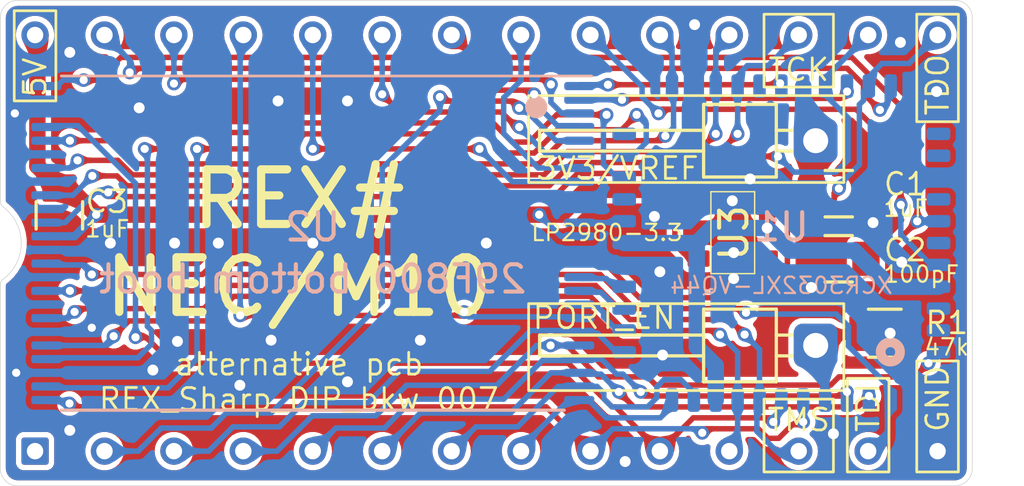
<source format=kicad_pcb>
(kicad_pcb (version 20221018) (generator pcbnew)
  (title_block (title "REX_Sharp_DIP_bkw") (date "2023-07-04") (rev "007") (company "Brian K. White - b.kenyon.w@gmail.com") (comment 1 "Based on REX NEC by Steve Adolph"))
  (layers (0 "F.Cu" signal "Top") (31 "B.Cu" signal "Bottom") (34 "B.Paste" user) (35 "F.Paste" user) (36 "B.SilkS" user "B.Silkscreen") (37 "F.SilkS" user "F.Silkscreen") (38 "B.Mask" user) (39 "F.Mask" user) (44 "Edge.Cuts" user))
  (net 0 "")
  (net 1 "GND")
  (net 2 "+3V3")
  (net 3 "/PORT_EN")
  (net 4 "/D1{slash}TMS")
  (net 5 "/A12")
  (net 6 "/A7")
  (net 7 "/A6")
  (net 8 "/A5")
  (net 9 "/A4")
  (net 10 "+5V")
  (net 11 "/A3")
  (net 12 "/A2")
  (net 13 "/A1")
  (net 14 "/A0")
  (net 15 "/D0")
  (net 16 "/D4")
  (net 17 "/D6")
  (net 18 "/D7")
  (net 19 "/~{BUS_CS}")
  (net 20 "/A10")
  (net 21 "/~{BUS_OE}")
  (net 22 "/A11")
  (net 23 "/A9")
  (net 24 "/A13")
  (net 25 "/A14")
  (net 26 "/D2{slash}TDI")
  (net 27 "/D3{slash}TDO")
  (net 28 "/A17")
  (net 29 "/D5{slash}TCK")
  (net 30 "/A16")
  (net 31 "/RY{slash}~{BY}")
  (net 32 "/A8")
  (net 33 "/A19")
  (net 34 "/~{SRAM_WE}")
  (net 35 "/A18")
  (net 40 "/~{SRAM_OE}")
  (net 42 "/~{SRAM_CE}")
  (net 45 "/A15")
  (footprint "000_LOCAL:DIP-28_600_pcb_shallow_notch" (layer "F.Cu") (at 147.218 99.187 90)
    (fp_text reference "J1" hide)
    (fp_text value "Option-ROM SOCKET")
    (fp_line (start -8.89 17.145) (end -8.89 -17.145) (stroke (width 0.0254)) (layer "Edge.Cuts"))
    (fp_line (start -8.255 -17.78) (end -1.524 -17.78) (stroke (width 0.0254)) (layer "Edge.Cuts"))
    (fp_line (start 1.524 -17.78) (end 8.255 -17.78) (stroke (width 0.0254)) (layer "Edge.Cuts"))
    (fp_line (start 8.255 17.78) (end -8.255 17.78) (stroke (width 0.0254)) (layer "Edge.Cuts"))
    (fp_line (start 8.89 -17.145) (end 8.89 17.145) (stroke (width 0.0254)) (layer "Edge.Cuts"))
    (fp_arc (start -8.89 -17.145) (mid -8.704013 -17.594013) (end -8.255 -17.78) (stroke (width 0.0254)) (layer "Edge.Cuts"))
    (fp_arc (start -8.255 17.78) (mid -8.704013 17.594013) (end -8.89 17.145) (stroke (width 0.0254)) (layer "Edge.Cuts"))
    (fp_arc (start -1.524 -17.78) (mid -1.426799 -17.760665) (end -1.344395 -17.705605) (stroke (width 0.0254)) (layer "Edge.Cuts"))
    (fp_arc (start 1.344395 -17.705605) (mid 0 -17.015057) (end -1.344395 -17.705605) (stroke (width 0.0254)) (layer "Edge.Cuts"))
    (fp_arc (start 1.344395 -17.705605) (mid 1.426798 -17.760665) (end 1.524 -17.78) (stroke (width 0.0254)) (layer "Edge.Cuts"))
    (fp_arc (start 8.255 -17.78) (mid 8.704013 -17.594013) (end 8.89 -17.145) (stroke (width 0.0254)) (layer "Edge.Cuts"))
    (fp_arc (start 8.89 17.145) (mid 8.704013 17.594013) (end 8.255 17.78) (stroke (width 0.0254)) (layer "Edge.Cuts"))
  )
  (footprint "000_LOCAL:R_0805" (layer "F.Cu") (at 161.7976 102.489 180)
    (fp_text reference "R1")
    (fp_text value "47k")
  )
  (footprint "000_LOCAL:C_0805" (layer "F.Cu") (at 131.597 98.171 -90)
    (fp_text reference "C3")
    (fp_text value "1uF")
  )
  (footprint "000_LOCAL:1x1_pin_h" (layer "F.Cu") (at 159.268 95.437 180)
    (fp_text reference "TP2" hide)
    (fp_text value "3V3/VREF")
  )
  (footprint "000_LOCAL:SOT-23-5" (layer "F.Cu") (at 156.235 98.806)
    (fp_text reference "U3")
    (fp_text value "LP2980-3.3")
  )
  (footprint "000_LOCAL:C_0805" (layer "F.Cu") (at 160.108 99.762 180)
    (fp_text reference "C2")
    (fp_text value "100pF")
  )
  (footprint "000_LOCAL:1x1_pin_h" (layer "F.Cu") (at 159.268 102.937 180)
    (fp_text reference "TP1" hide)
    (fp_text value "PORT_EN")
  )
  (footprint "000_LOCAL:C_0805" (layer "F.Cu") (at 160.113 97.377)
    (fp_text reference "C1")
    (fp_text value "1uF")
  )
  (footprint "000_LOCAL:TSOP-48" (layer "B.Cu") (at 140.868 99.187 180)
    (fp_text reference "U2")
    (fp_text value "29F800 bottom boot")
  )
  (footprint "000_LOCAL:VQFP44" (layer "B.Cu") (at 158.013 99.187 90)
    (fp_text reference "U1")
    (fp_text value "XCR3032XL-VQ44")
  )
  (gr_rect (start 162.966 103.505) (end 164.49 107.569) (stroke (width 0.1)) (fill none) (layer "F.SilkS"))
  (gr_rect (start 129.946 90.678) (end 131.47 93.98) (stroke (width 0.1)) (fill none) (layer "F.SilkS"))
  (gr_rect (start 157.378 104.902) (end 159.918 107.569) (stroke (width 0.1)) (fill none) (layer "F.SilkS"))
  (gr_rect (start 157.378 90.805) (end 159.918 93.472) (stroke (width 0.1)) (fill none) (layer "F.SilkS"))
  (gr_rect (start 148.766 101.4055) (end 160.299 104.5885) (stroke (width 0.1)) (fill none) (layer "F.SilkS"))
  (gr_rect (start 148.766 93.7855) (end 160.299 96.9685) (stroke (width 0.1)) (fill none) (layer "F.SilkS"))
  (gr_rect (start 162.966 90.805) (end 164.49 94.742) (stroke (width 0.1)) (fill none) (layer "F.SilkS"))
  (gr_rect (start 160.426 104.14) (end 161.95 107.569) (stroke (width 0.1)) (fill none) (layer "F.SilkS"))
  (gr_text "GND" (at 163.728 106.172 90) (layer "F.SilkS") (effects (font (size 0.8 0.8) (thickness 0.1)) (justify left)))
  (gr_text "TDO" (at 163.728 92.202 90) (layer "F.SilkS") (effects (font (size 0.8 0.8) (thickness 0.1)) (justify right)))
  (gr_text "alternative pcb\n${TITLE} ${REVISION}" (at 140.36 104.267) (layer "F.SilkS") (effects (font (size 0.8 0.8) (thickness 0.1))))
  (gr_text "TMS" (at 158.648 105.664) (layer "F.SilkS") (effects (font (size 0.8 0.8) (thickness 0.1))))
  (gr_text "TCK" (at 158.648 92.837) (layer "F.SilkS") (effects (font (size 0.8 0.8) (thickness 0.1))))
  (gr_text "TDI" (at 161.188 106.172 90) (layer "F.SilkS") (effects (font (size 0.8 0.8) (thickness 0.1)) (justify left)))
  (gr_text "REX#\nNEC/M10" (at 140.36 99.187) (layer "F.SilkS") (effects (font (size 2 2) (thickness 0.3))))
  (gr_text "5V" (at 130.708 92.329 90) (layer "F.SilkS") (effects (font (size 0.8 0.8) (thickness 0.1)) (justify right)))
  (via (at 132.783 102.287) (size 0.5) (drill 0.3) (layers "F.Cu" "B.Cu") (net 1))
  (via (at 139.344 102.743) (size 0.6) (drill 0.4) (layers "F.Cu" "B.Cu") (net 1))
  (via (at 147.218 99.187) (size 0.6) (drill 0.4) (layers "F.Cu" "B.Cu") (net 1))
  (via (at 133.463 99.187) (size 0.6) (drill 0.4) (layers "F.Cu" "B.Cu") (net 1))
  (via (at 131.978 106.045) (size 0.6) (drill 0.4) (layers "F.Cu" "B.Cu") (net 1))
  (via (at 139.598 93.98) (size 0.6) (drill 0.4) (layers "F.Cu" "B.Cu") (net 1))
  (via (at 156.268 100.487) (size 0.6) (drill 0.4) (layers "F.Cu" "B.Cu") (net 1))
  (via (at 153.368 98.212) (size 0.6) (drill 0.4) (layers "F.Cu" "B.Cu") (net 1))
  (via (at 159.918 106.172) (size 0.6) (drill 0.4) (layers "F.Cu" "B.Cu") (net 1))
  (via (at 138.201 104.394) (size 0.6) (drill 0.4) (layers "F.Cu" "B.Cu") (net 1))
  (via (at 135.918 102.787) (size 0.6) (drill 0.4) (layers "F.Cu" "B.Cu") (net 1))
  (via (at 156.268 99.537) (size 0.6) (drill 0.4) (layers "F.Cu" "B.Cu") (net 1))
  (via (at 154.838 91.186) (size 0.6) (drill 0.4) (layers "F.Cu" "B.Cu") (net 1))
  (via (at 144.805 102.743) (size 0.6) (drill 0.4) (layers "F.Cu" "B.Cu") (net 1))
  (via (at 162.368 91.837) (size 0.6) (drill 0.4) (layers "F.Cu" "B.Cu") (net 1))
  (via (at 135.8134 99.187) (size 0.6) (drill 0.4) (layers "F.Cu" "B.Cu") (net 1))
  (via (at 162.418 99.887) (size 0.6) (drill 0.4) (layers "F.Cu" "B.Cu") (net 1))
  (via (at 163.693 93.637) (size 0.6) (drill 0.4) (layers "F.Cu" "B.Cu") (net 1))
  (via (at 131.978 92.202) (size 0.6) (drill 0.4) (layers "F.Cu" "B.Cu") (net 1))
  (via (at 134.518 94.234) (size 0.6) (drill 0.4) (layers "F.Cu" "B.Cu") (net 1))
  (via (at 135.018 103.837) (size 0.6) (drill 0.4) (layers "F.Cu" "B.Cu") (net 1))
  (via (at 152.298 107.188) (size 0.6) (drill 0.4) (layers "F.Cu" "B.Cu") (net 1))
  (via (at 142.138 93.98) (size 0.6) (drill 0.4) (layers "F.Cu" "B.Cu") (net 1))
  (via (at 156.868 96.837) (size 0.6) (drill 0.4) (layers "F.Cu" "B.Cu") (net 1))
  (via (at 156.218 97.637) (size 0.6) (drill 0.4) (layers "F.Cu" "B.Cu") (net 1))
  (via (at 142.138 104.267) (size 0.6) (drill 0.4) (layers "F.Cu" "B.Cu") (net 1))
  (via (at 161.993 102.487) (size 0.6) (drill 0.4) (layers "F.Cu" "B.Cu") (net 1))
  (via (at 130.018 103.937) (size 0.5) (drill 0.3) (layers "F.Cu" "B.Cu") (net 1))
  (via (at 129.968 94.437) (size 0.5) (drill 0.3) (layers "F.Cu" "B.Cu") (net 1))
  (via (at 137.4136 99.187) (size 0.6) (drill 0.4) (layers "F.Cu" "B.Cu") (net 1))
  (via (at 153.668 103.287) (size 0.6) (drill 0.4) (layers "F.Cu" "B.Cu") (net 1))
  (via (at 161.368 98.437) (size 0.6) (drill 0.4) (layers "F.Cu" "B.Cu") (net 1))
  (via (at 140.868 99.187) (size 0.6) (drill 0.4) (layers "F.Cu" "B.Cu") (net 1))
  (via (at 159.108 100.812) (size 0.6) (drill 0.4) (layers "F.Cu" "B.Cu") (net 1))
  (via (at 153.568 100.237) (size 0.6) (drill 0.4) (layers "F.Cu" "B.Cu") (net 1))
  (segment (start 159.113 97.377) (end 159.113 95.592) (width 0.6) (layer "F.Cu") (net 2))
  (segment (start 157.644 97.697) (end 158.793 97.697) (width 0.6) (layer "F.Cu") (net 2))
  (segment (start 157.493 98.637) (end 157.493 97.848) (width 0.6) (layer "F.Cu") (net 2))
  (segment (start 158.793 97.697) (end 159.113 97.377) (width 0.6) (layer "F.Cu") (net 2))
  (segment (start 159.113 95.592) (end 159.268 95.437) (width 0.6) (layer "F.Cu") (net 2))
  (segment (start 157.493 97.848) (end 157.644 97.697) (width 0.6) (layer "F.Cu") (net 2))
  (via (at 157.493 98.637) (size 0.6) (drill 0.4) (layers "F.Cu" "B.Cu") (net 2))
  (segment (start 155.613 103.682) (end 154.918 102.987) (width 0.6) (layer "B.Cu") (net 2))
  (segment (start 157.493 98.637) (end 155.468 98.637) (width 0.6) (layer "B.Cu") (net 2))
  (segment (start 155.468 98.637) (end 154.918 99.187) (width 0.6) (layer "B.Cu") (net 2))
  (segment (start 154.918 102.987) (end 154.918 99.187) (width 0.6) (layer "B.Cu") (net 2))
  (segment (start 155.613 104.937) (end 155.613 103.682) (width 0.6) (layer "B.Cu") (net 2))
  (segment (start 160.668 99.462) (end 158.318 99.462) (width 0.6) (layer "B.Cu") (net 2))
  (segment (start 158.318 99.462) (end 157.493 98.637) (width 0.6) (layer "B.Cu") (net 2))
  (segment (start 163.763 100.787) (end 161.993 100.787) (width 0.6) (layer "B.Cu") (net 2))
  (segment (start 158.813 93.437) (end 158.813 94.982) (width 0.6) (layer "B.Cu") (net 2))
  (segment (start 161.993 100.787) (end 160.668 99.462) (width 0.6) (layer "B.Cu") (net 2))
  (segment (start 158.813 94.982) (end 159.268 95.437) (width 0.6) (layer "B.Cu") (net 2))
  (segment (start 154.918 99.187) (end 152.263 99.187) (width 0.6) (layer "B.Cu") (net 2))
  (segment (start 160.8476 102.489) (end 159.716 102.489) (width 0.2) (layer "F.Cu") (net 3))
  (segment (start 159.716 102.489) (end 159.268 102.937) (width 0.2) (layer "F.Cu") (net 3))
  (segment (start 159.613 104.937) (end 159.613 103.282) (width 0.2) (layer "B.Cu") (net 3))
  (segment (start 159.613 103.282) (end 159.268 102.937) (width 0.2) (layer "B.Cu") (net 3))
  (segment (start 156.668 102.537) (end 156.118 101.987) (width 0.2) (layer "F.Cu") (net 4))
  (segment (start 137.733 100.737) (end 136.883 101.587) (width 0.2) (layer "F.Cu") (net 4))
  (segment (start 151.218 100.737) (end 137.733 100.737) (width 0.2) (layer "F.Cu") (net 4))
  (segment (start 152.468 101.987) (end 151.218 100.737) (width 0.2) (layer "F.Cu") (net 4))
  (segment (start 136.883 101.587) (end 132.273 101.587) (width 0.2) (layer "F.Cu") (net 4))
  (segment (start 156.118 101.987) (end 152.468 101.987) (width 0.2) (layer "F.Cu") (net 4))
  (segment (start 132.273 101.587) (end 132.153 101.707) (width 0.2) (layer "F.Cu") (net 4))
  (via (at 132.153 101.707) (size 0.5) (drill 0.3) (layers "F.Cu" "B.Cu") (net 4))
  (via (at 156.668 102.537) (size 0.5) (drill 0.3) (layers "F.Cu" "B.Cu") (net 4))
  (segment (start 157.838 106.807) (end 158.648 106.807) (width 0.2) (layer "B.Cu") (net 4))
  (segment (start 157.213 104.937) (end 157.118 105.032) (width 0.2) (layer "B.Cu") (net 4))
  (segment (start 157.118 105.032) (end 157.118 106.087) (width 0.2) (layer "B.Cu") (net 4))
  (segment (start 156.668 102.537) (end 157.213 103.082) (width 0.2) (layer "B.Cu") (net 4))
  (segment (start 157.213 103.082) (end 157.213 104.937) (width 0.2) (layer "B.Cu") (net 4))
  (segment (start 132.153 101.707) (end 131.923 101.937) (width 0.2) (layer "B.Cu") (net 4))
  (segment (start 157.118 106.087) (end 157.838 106.807) (width 0.2) (layer "B.Cu") (net 4))
  (segment (start 131.923 101.937) (end 131.118 101.937) (width 0.2) (layer "B.Cu") (net 4))
  (segment (start 145.668 93.987) (end 145.518 93.837) (width 0.2) (layer "F.Cu") (net 5))
  (segment (start 148.418 94.237) (end 148.168 93.987) (width 0.2) (layer "F.Cu") (net 5))
  (segment (start 148.168 93.987) (end 145.668 93.987) (width 0.2) (layer "F.Cu") (net 5))
  (via (at 145.518 93.837) (size 0.5) (drill 0.3) (layers "F.Cu" "B.Cu") (net 5))
  (via (at 148.418 94.237) (size 0.5) (drill 0.3) (layers "F.Cu" "B.Cu") (net 5))
  (segment (start 137.706282 105.41) (end 137.154282 105.962) (width 0.2) (layer "B.Cu") (net 5))
  (segment (start 139.344 105.41) (end 137.706282 105.41) (width 0.2) (layer "B.Cu") (net 5))
  (segment (start 148.568 94.237) (end 149.768 95.437) (width 0.2) (layer "B.Cu") (net 5))
  (segment (start 149.768 95.437) (end 150.618 95.437) (width 0.2) (layer "B.Cu") (net 5))
  (segment (start 135.327 105.962) (end 134.482 106.807) (width 0.2) (layer "B.Cu") (net 5))
  (segment (start 145.518 94.337) (end 143.408 96.447) (width 0.2) (layer "B.Cu") (net 5))
  (segment (start 134.482 106.807) (end 133.248 106.807) (width 0.2) (layer "B.Cu") (net 5))
  (segment (start 148.418 94.237) (end 148.568 94.237) (width 0.2) (layer "B.Cu") (net 5))
  (segment (start 145.518 93.837) (end 145.518 94.337) (width 0.2) (layer "B.Cu") (net 5))
  (segment (start 143.408 96.447) (end 143.408 101.346) (width 0.2) (layer "B.Cu") (net 5))
  (segment (start 137.154282 105.962) (end 135.327 105.962) (width 0.2) (layer "B.Cu") (net 5))
  (segment (start 143.408 101.346) (end 139.344 105.41) (width 0.2) (layer "B.Cu") (net 5))
  (segment (start 150.618 102.437) (end 150.668 102.487) (width 0.2) (layer "B.Cu") (net 6))
  (segment (start 152.138 103.062) (end 152.263 103.187) (width 0.2) (layer "B.Cu") (net 6))
  (segment (start 137.058 106.807) (end 135.788 106.807) (width 0.2) (layer "B.Cu") (net 6))
  (segment (start 139.64475 105.918) (end 137.947 105.918) (width 0.2) (layer "B.Cu") (net 6))
  (segment (start 150.668 102.487) (end 151.283 102.487) (width 0.2) (layer "B.Cu") (net 6))
  (segment (start 142.9 105.029) (end 140.53375 105.029) (width 0.2) (layer "B.Cu") (net 6))
  (segment (start 147.345 103.886) (end 144.043 103.886) (width 0.2) (layer "B.Cu") (net 6))
  (segment (start 137.947 105.918) (end 137.058 106.807) (width 0.2) (layer "B.Cu") (net 6))
  (segment (start 150.618 102.437) (end 150.568 102.387) (width 0.2) (layer "B.Cu") (net 6))
  (segment (start 140.53375 105.029) (end 139.64475 105.918) (width 0.2) (layer "B.Cu") (net 6))
  (segment (start 150.568 102.387) (end 148.844 102.387) (width 0.2) (layer "B.Cu") (net 6))
  (segment (start 148.844 102.387) (end 147.345 103.886) (width 0.2) (layer "B.Cu") (net 6))
  (segment (start 151.283 102.487) (end 151.858 103.062) (width 0.2) (layer "B.Cu") (net 6))
  (segment (start 144.043 103.886) (end 142.9 105.029) (width 0.2) (layer "B.Cu") (net 6))
  (segment (start 151.858 103.062) (end 152.138 103.062) (width 0.2) (layer "B.Cu") (net 6))
  (segment (start 153.118 104.087) (end 151.318 104.087) (width 0.2) (layer "F.Cu") (net 7))
  (segment (start 151.318 104.087) (end 150.168 102.937) (width 0.2) (layer "F.Cu") (net 7))
  (segment (start 153.418 104.387) (end 153.118 104.087) (width 0.2) (layer "F.Cu") (net 7))
  (segment (start 159.818 104.387) (end 153.418 104.387) (width 0.2) (layer "F.Cu") (net 7))
  (segment (start 163.393 103.587) (end 162.893 104.087) (width 0.2) (layer "F.Cu") (net 7))
  (segment (start 150.168 102.937) (end 149.568 102.937) (width 0.2) (layer "F.Cu") (net 7))
  (segment (start 162.893 104.087) (end 160.118 104.087) (width 0.2) (layer "F.Cu") (net 7))
  (segment (start 160.118 104.087) (end 159.818 104.387) (width 0.2) (layer "F.Cu") (net 7))
  (via (at 163.393 103.587) (size 0.5) (drill 0.3) (layers "F.Cu" "B.Cu") (net 7))
  (via (at 149.568 102.937) (size 0.5) (drill 0.3) (layers "F.Cu" "B.Cu") (net 7))
  (segment (start 150.618 102.937) (end 149.568 102.937) (width 0.2) (layer "B.Cu") (net 7))
  (segment (start 149.056 102.937) (end 147.599 104.394) (width 0.2) (layer "B.Cu") (net 7))
  (segment (start 147.599 104.394) (end 144.297 104.394) (width 0.2) (layer "B.Cu") (net 7))
  (segment (start 144.297 104.394) (end 143.179 105.512) (width 0.2) (layer "B.Cu") (net 7))
  (segment (start 163.393 103.587) (end 163.763 103.217) (width 0.2) (layer "B.Cu") (net 7))
  (segment (start 149.568 102.937) (end 149.056 102.937) (width 0.2) (layer "B.Cu") (net 7))
  (segment (start 140.8545 105.512) (end 139.5595 106.807) (width 0.2) (layer "B.Cu") (net 7))
  (segment (start 143.179 105.512) (end 140.8545 105.512) (width 0.2) (layer "B.Cu") (net 7))
  (segment (start 163.763 103.217) (end 163.763 103.187) (width 0.2) (layer "B.Cu") (net 7))
  (segment (start 139.5595 106.807) (end 138.328 106.807) (width 0.2) (layer "B.Cu") (net 7))
  (segment (start 153.018 104.787) (end 160.263 104.787) (width 0.2) (layer "F.Cu") (net 8))
  (segment (start 152.868 104.637) (end 153.018 104.787) (width 0.2) (layer "F.Cu") (net 8))
  (segment (start 160.263 104.787) (end 160.413 104.637) (width 0.2) (layer "F.Cu") (net 8))
  (via (at 160.413 104.637) (size 0.5) (drill 0.3) (layers "F.Cu" "B.Cu") (net 8))
  (via (at 152.868 104.637) (size 0.5) (drill 0.3) (layers "F.Cu" "B.Cu") (net 8))
  (segment (start 144.551 104.902) (end 143.491 105.962) (width 0.2) (layer "B.Cu") (net 8))
  (segment (start 141.713 105.962) (end 140.868 106.807) (width 0.2) (layer "B.Cu") (net 8))
  (segment (start 152.868 104.637) (end 152.218 103.987) (width 0.2) (layer "B.Cu") (net 8))
  (segment (start 150.618 103.437) (end 150.568 103.487) (width 0.2) (layer "B.Cu") (net 8))
  (segment (start 152.218 103.987) (end 151.983 103.987) (width 0.2) (layer "B.Cu") (net 8))
  (segment (start 143.491 105.962) (end 141.713 105.962) (width 0.2) (layer "B.Cu") (net 8))
  (segment (start 160.413 104.637) (end 160.413 104.937) (width 0.2) (layer "B.Cu") (net 8))
  (segment (start 151.983 103.987) (end 151.433 103.437) (width 0.2) (layer "B.Cu") (net 8))
  (segment (start 149.268 103.487) (end 147.853 104.902) (width 0.2) (layer "B.Cu") (net 8))
  (segment (start 150.568 103.487) (end 149.268 103.487) (width 0.2) (layer "B.Cu") (net 8))
  (segment (start 147.853 104.902) (end 144.551 104.902) (width 0.2) (layer "B.Cu") (net 8))
  (segment (start 151.433 103.437) (end 150.618 103.437) (width 0.2) (layer "B.Cu") (net 8))
  (segment (start 152.618 105.187) (end 152.068 104.637) (width 0.2) (layer "F.Cu") (net 9))
  (segment (start 160.818 105.187) (end 152.618 105.187) (width 0.2) (layer "F.Cu") (net 9))
  (segment (start 161.218 104.787) (end 160.818 105.187) (width 0.2) (layer "F.Cu") (net 9))
  (via (at 152.068 104.637) (size 0.5) (drill 0.3) (layers "F.Cu" "B.Cu") (net 9))
  (via (at 161.218 104.787) (size 0.5) (drill 0.3) (layers "F.Cu" "B.Cu") (net 9))
  (segment (start 152.068 104.637) (end 151.418 103.987) (width 0.2) (layer "B.Cu") (net 9))
  (segment (start 149.58 103.937) (end 148.107 105.41) (width 0.2) (layer "B.Cu") (net 9))
  (segment (start 150.618 103.937) (end 149.58 103.937) (width 0.2) (layer "B.Cu") (net 9))
  (segment (start 148.107 105.41) (end 144.805 105.41) (width 0.2) (layer "B.Cu") (net 9))
  (segment (start 144.805 105.41) (end 143.408 106.807) (width 0.2) (layer "B.Cu") (net 9))
  (segment (start 151.418 103.987) (end 150.668 103.987) (width 0.2) (layer "B.Cu") (net 9))
  (segment (start 150.668 103.987) (end 150.618 103.937) (width 0.2) (layer "B.Cu") (net 9))
  (segment (start 154.985 97.856) (end 154.5738 97.856) (width 0.6) (layer "F.Cu") (net 10))
  (segment (start 130.793 91.652) (end 130.708 91.567) (width 0.6) (layer "F.Cu") (net 10))
  (segment (start 130.793 96.367) (end 130.793 91.652) (width 0.6) (layer "F.Cu") (net 10))
  (segment (start 154.985 97.856) (end 154.797 98.044) (width 0.2) (layer "F.Cu") (net 10))
  (segment (start 154.797 99.568) (end 154.985 99.756) (width 0.2) (layer "F.Cu") (net 10))
  (segment (start 154.5738 97.856) (end 153.9548 97.237) (width 0.6) (layer "F.Cu") (net 10))
  (segment (start 154.797 98.044) (end 154.436 98.044) (width 0.2) (layer "F.Cu") (net 10))
  (segment (start 150.863 97.237) (end 149.953 98.147) (width 0.6) (layer "F.Cu") (net 10))
  (segment (start 154.118 99.237) (end 154.449 99.568) (width 0.2) (layer "F.Cu") (net 10))
  (segment (start 153.9548 97.237) (end 150.863 97.237) (width 0.6) (layer "F.Cu") (net 10))
  (segment (start 154.436 98.044) (end 154.118 98.362) (width 0.2) (layer "F.Cu") (net 10))
  (segment (start 149.153 98.147) (end 132.943 98.147) (width 0.6) (layer "F.Cu") (net 10))
  (segment (start 131.597 97.171) (end 130.793 96.367) (width 0.6) (layer "F.Cu") (net 10))
  (segment (start 154.118 98.362) (end 154.118 99.237) (width 0.2) (layer "F.Cu") (net 10))
  (segment (start 132.943 98.147) (end 131.967 97.171) (width 0.6) (layer "F.Cu") (net 10))
  (segment (start 131.967 97.171) (end 131.597 97.171) (width 0.6) (layer "F.Cu") (net 10))
  (segment (start 154.449 99.568) (end 154.797 99.568) (width 0.2) (layer "F.Cu") (net 10))
  (segment (start 149.953 98.147) (end 149.153 98.147) (width 0.6) (layer "F.Cu") (net 10))
  (via (at 132.943 98.147) (size 0.5) (drill 0.3) (layers "F.Cu" "B.Cu") (net 10))
  (via (at 149.153 98.147) (size 0.5) (drill 0.3) (layers "F.Cu" "B.Cu") (net 10))
  (segment (start 132.943 98.147) (end 132.153 98.937) (width 0.3) (layer "B.Cu") (net 10))
  (segment (start 149.943 98.937) (end 150.618 98.937) (width 0.2) (layer "B.Cu") (net 10))
  (segment (start 132.153 98.937) (end 131.118 98.937) (width 0.3) (layer "B.Cu") (net 10))
  (segment (start 149.153 98.147) (end 149.943 98.937) (width 0.2) (layer "B.Cu") (net 10))
  (segment (start 153.458 104.847) (end 153.458 104.4495) (width 0.2) (layer "B.Cu") (net 11))
  (segment (start 150.618 104.437) (end 149.843 104.437) (width 0.2) (layer "B.Cu") (net 11))
  (segment (start 149.843 104.437) (end 148.362 105.918) (width 0.2) (layer "B.Cu") (net 11))
  (segment (start 154.683 104.537) (end 154.683 104.807) (width 0.2) (layer "B.Cu") (net 11))
  (segment (start 154.683 104.807) (end 154.813 104.937) (width 0.2) (layer "B.Cu") (net 11))
  (segment (start 153.7205 104.187) (end 154.333 104.187) (width 0.2) (layer "B.Cu") (net 11))
  (segment (start 146.837 105.918) (end 145.948 106.807) (width 0.2) (layer "B.Cu") (net 11))
  (segment (start 154.333 104.187) (end 154.683 104.537) (width 0.2) (layer "B.Cu") (net 11))
  (segment (start 151.268 104.437) (end 151.518 104.687) (width 0.2) (layer "B.Cu") (net 11))
  (segment (start 151.518 104.687) (end 151.518 104.887) (width 0.2) (layer "B.Cu") (net 11))
  (segment (start 151.818 105.187) (end 153.118 105.187) (width 0.2) (layer "B.Cu") (net 11))
  (segment (start 153.118 105.187) (end 153.458 104.847) (width 0.2) (layer "B.Cu") (net 11))
  (segment (start 151.518 104.887) (end 151.818 105.187) (width 0.2) (layer "B.Cu") (net 11))
  (segment (start 153.458 104.4495) (end 153.7205 104.187) (width 0.2) (layer "B.Cu") (net 11))
  (segment (start 148.362 105.918) (end 146.837 105.918) (width 0.2) (layer "B.Cu") (net 11))
  (segment (start 150.618 104.437) (end 151.268 104.437) (width 0.2) (layer "B.Cu") (net 11))
  (segment (start 148.488 106.68) (end 148.488 106.807) (width 0.2) (layer "B.Cu") (net 12))
  (segment (start 151.608 105.587) (end 150.958 104.937) (width 0.2) (layer "B.Cu") (net 12))
  (segment (start 154.013 104.937) (end 154.013 105.157) (width 0.2) (layer "B.Cu") (net 12))
  (segment (start 150.618 104.937) (end 150.231 104.937) (width 0.2) (layer "B.Cu") (net 12))
  (segment (start 150.231 104.937) (end 148.488 106.68) (width 0.2) (layer "B.Cu") (net 12))
  (segment (start 153.583 105.587) (end 151.608 105.587) (width 0.2) (layer "B.Cu") (net 12))
  (segment (start 154.013 105.157) (end 153.583 105.587) (width 0.2) (layer "B.Cu") (net 12))
  (segment (start 150.958 104.937) (end 150.618 104.937) (width 0.2) (layer "B.Cu") (net 12))
  (segment (start 155.268 105.987) (end 155.118 106.137) (width 0.2) (layer "F.Cu") (net 13))
  (segment (start 149.408 105.187) (end 151.028 106.807) (width 0.2) (layer "F.Cu") (net 13))
  (segment (start 131.968 105.062) (end 132.093 105.187) (width 0.2) (layer "F.Cu") (net 13))
  (segment (start 157.918 106.337) (end 157.518 106.337) (width 0.2) (layer "F.Cu") (net 13))
  (segment (start 158.813 105.737) (end 158.713 105.837) (width 0.2) (layer "F.Cu") (net 13))
  (segment (start 158.713 105.837) (end 158.418 105.837) (width 0.2) (layer "F.Cu") (net 13))
  (segment (start 157.518 106.337) (end 157.168 105.987) (width 0.2) (layer "F.Cu") (net 13))
  (segment (start 132.093 105.187) (end 149.408 105.187) (width 0.2) (layer "F.Cu") (net 13))
  (segment (start 158.418 105.837) (end 157.918 106.337) (width 0.2) (layer "F.Cu") (net 13))
  (segment (start 157.168 105.987) (end 155.268 105.987) (width 0.2) (layer "F.Cu") (net 13))
  (via (at 155.118 106.137) (size 0.5) (drill 0.3) (layers "F.Cu" "B.Cu") (net 13))
  (via (at 158.813 105.737) (size 0.5) (drill 0.3) (layers "F.Cu" "B.Cu") (net 13))
  (via (at 131.968 105.062) (size 0.5) (drill 0.3) (layers "F.Cu" "B.Cu") (net 13))
  (segment (start 151.848 105.987) (end 151.028 106.807) (width 0.2) (layer "B.Cu") (net 13))
  (segment (start 154.968 105.987) (end 151.848 105.987) (width 0.2) (layer "B.Cu") (net 13))
  (segment (start 131.168 104.987) (end 131.118 104.937) (width 0.2) (layer "B.Cu") (net 13))
  (segment (start 131.893 104.987) (end 131.168 104.987) (width 0.2) (layer "B.Cu") (net 13))
  (segment (start 131.968 105.062) (end 131.893 104.987) (width 0.2) (layer "B.Cu") (net 13))
  (segment (start 158.813 105.737) (end 158.813 104.937) (width 0.2) (layer "B.Cu") (net 13))
  (segment (start 155.118 106.137) (end 154.968 105.987) (width 0.2) (layer "B.Cu") (net 13))
  (segment (start 157.568 105.587) (end 154.788 105.587) (width 0.2) (layer "F.Cu") (net 14))
  (segment (start 135.718 103.587) (end 134.768 102.637) (width 0.2) (layer "F.Cu") (net 14))
  (segment (start 151.948 105.187) (end 151.818 105.187) (width 0.2) (layer "F.Cu") (net 14))
  (segment (start 134.768 102.637) (end 134.383 102.637) (width 0.2) (layer "F.Cu") (net 14))
  (segment (start 153.568 106.807) (end 151.948 105.187) (width 0.2) (layer "F.Cu") (net 14))
  (segment (start 151.818 105.187) (end 150.218 103.587) (width 0.2) (layer "F.Cu") (net 14))
  (segment (start 150.218 103.587) (end 135.718 103.587) (width 0.2) (layer "F.Cu") (net 14))
  (segment (start 154.788 105.587) (end 153.568 106.807) (width 0.2) (layer "F.Cu") (net 14))
  (segment (start 157.718 105.737) (end 157.568 105.587) (width 0.2) (layer "F.Cu") (net 14))
  (via (at 157.718 105.737) (size 0.5) (drill 0.3) (layers "F.Cu" "B.Cu") (net 14))
  (via (at 134.383 102.637) (size 0.5) (drill 0.3) (layers "F.Cu" "B.Cu") (net 14))
  (segment (start 131.118 94.937) (end 131.168 94.887) (width 0.2) (layer "B.Cu") (net 14))
  (segment (start 157.718 105.737) (end 157.868 105.587) (width 0.2) (layer "B.Cu") (net 14))
  (segment (start 132.273 94.887) (end 134.383 96.997) (width 0.2) (layer "B.Cu") (net 14))
  (segment (start 134.383 96.997) (end 134.383 102.637) (width 0.2) (layer "B.Cu") (net 14))
  (segment (start 157.868 105.082) (end 158.013 104.937) (width 0.2) (layer "B.Cu") (net 14))
  (segment (start 157.868 105.587) (end 157.868 105.082) (width 0.2) (layer "B.Cu") (net 14))
  (segment (start 131.168 94.887) (end 132.273 94.887) (width 0.2) (layer "B.Cu") (net 14))
  (segment (start 155.768 102.537) (end 155.618 102.387) (width 0.2) (layer "F.Cu") (net 15))
  (segment (start 137.083 102.037) (end 134.143 102.037) (width 0.2) (layer "F.Cu") (net 15))
  (segment (start 152.268 102.387) (end 151.018 101.137) (width 0.2) (layer "F.Cu") (net 15))
  (segment (start 155.618 102.387) (end 152.268 102.387) (width 0.2) (layer "F.Cu") (net 15))
  (segment (start 137.983 101.137) (end 137.083 102.037) (width 0.2) (layer "F.Cu") (net 15))
  (segment (start 151.018 101.137) (end 137.983 101.137) (width 0.2) (layer "F.Cu") (net 15))
  (segment (start 134.143 102.037) (end 133.583 102.597) (width 0.2) (layer "F.Cu") (net 15))
  (via (at 133.583 102.597) (size 0.5) (drill 0.3) (layers "F.Cu" "B.Cu") (net 15))
  (via (at 155.768 102.537) (size 0.5) (drill 0.3) (layers "F.Cu" "B.Cu") (net 15))
  (segment (start 156.413 104.937) (end 156.413 106.502) (width 0.2) (layer "B.Cu") (net 15))
  (segment (start 156.413 106.502) (end 156.108 106.807) (width 0.2) (layer "B.Cu") (net 15))
  (segment (start 133.583 102.597) (end 133.243 102.937) (width 0.2) (layer "B.Cu") (net 15))
  (segment (start 133.243 102.937) (end 131.118 102.937) (width 0.2) (layer "B.Cu") (net 15))
  (segment (start 156.413 103.182) (end 156.413 104.937) (width 0.2) (layer "B.Cu") (net 15))
  (segment (start 155.768 102.537) (end 156.413 103.182) (width 0.2) (layer "B.Cu") (net 15))
  (segment (start 157.893 96.012) (end 156.158 96.012) (width 0.2) (layer "F.Cu") (net 16))
  (segment (start 156.158 96.012) (end 155.533 96.637) (width 0.2) (layer "F.Cu") (net 16))
  (segment (start 133.673 97.487) (end 133.513 97.327) (width 0.2) (layer "F.Cu") (net 16))
  (segment (start 149.703 97.487) (end 133.673 97.487) (width 0.2) (layer "F.Cu") (net 16))
  (segment (start 155.533 96.637) (end 150.553 96.637) (width 0.2) (layer "F.Cu") (net 16))
  (segment (start 133.513 97.327) (end 133.383 97.327) (width 0.2) (layer "F.Cu") (net 16))
  (segment (start 150.553 96.637) (end 149.703 97.487) (width 0.2) (layer "F.Cu") (net 16))
  (via (at 133.383 97.327) (size 0.5) (drill 0.3) (layers "F.Cu" "B.Cu") (net 16))
  (via (at 157.893 96.012) (size 0.5) (drill 0.3) (layers "F.Cu" "B.Cu") (net 16))
  (segment (start 131.803 98.437) (end 131.118 98.437) (width 0.2) (layer "B.Cu") (net 16))
  (segment (start 159.733 93.557) (end 159.613 93.437) (width 0.2) (layer "B.Cu") (net 16))
  (segment (start 160.008 96.587) (end 160.458 96.137) (width 0.2) (layer "B.Cu") (net 16))
  (segment (start 158.468 96.587) (end 160.008 96.587) (width 0.2) (layer "B.Cu") (net 16))
  (segment (start 159.613 93.437) (end 159.743 93.307) (width 0.2) (layer "B.Cu") (net 16))
  (segment (start 159.743 93.307) (end 159.743 93.012) (width 0.2) (layer "B.Cu") (net 16))
  (segment (start 157.893 96.012) (end 158.468 96.587) (width 0.2) (layer "B.Cu") (net 16))
  (segment (start 133.383 97.327) (end 132.913 97.327) (width 0.2) (layer "B.Cu") (net 16))
  (segment (start 159.733 93.8745) (end 159.733 93.557) (width 0.2) (layer "B.Cu") (net 16))
  (segment (start 132.913 97.327) (end 131.803 98.437) (width 0.2) (layer "B.Cu") (net 16))
  (segment (start 159.743 93.012) (end 161.188 91.567) (width 0.2) (layer "B.Cu") (net 16))
  (segment (start 160.458 94.5995) (end 159.733 93.8745) (width 0.2) (layer "B.Cu") (net 16))
  (segment (start 160.458 96.137) (end 160.458 94.5995) (width 0.2) (layer "B.Cu") (net 16))
  (segment (start 154.963 95.837) (end 155.613 95.187) (width 0.2) (layer "F.Cu") (net 17))
  (segment (start 133.738 96.157) (end 134.268 96.687) (width 0.2) (layer "F.Cu") (net 17))
  (segment (start 149.333 96.687) (end 150.183 95.837) (width 0.2) (layer "F.Cu") (net 17))
  (segment (start 134.268 96.687) (end 149.333 96.687) (width 0.2) (layer "F.Cu") (net 17))
  (segment (start 132.263 96.157) (end 133.738 96.157) (width 0.2) (layer "F.Cu") (net 17))
  (segment (start 150.183 95.837) (end 154.963 95.837) (width 0.2) (layer "F.Cu") (net 17))
  (via (at 132.263 96.157) (size 0.5) (drill 0.3) (layers "F.Cu" "B.Cu") (net 17))
  (via (at 155.613 95.187) (size 0.5) (drill 0.3) (layers "F.Cu" "B.Cu") (net 17))
  (segment (start 132.263 96.157) (end 131.983 96.437) (width 0.2) (layer "B.Cu") (net 17))
  (segment (start 155.613 92.062) (end 156.108 91.567) (width 0.2) (layer "B.Cu") (net 17))
  (segment (start 131.983 96.437) (end 131.118 96.437) (width 0.2) (layer "B.Cu") (net 17))
  (segment (start 155.613 93.437) (end 155.613 92.062) (width 0.2) (layer "B.Cu") (net 17))
  (segment (start 155.613 95.187) (end 155.613 93.437) (width 0.2) (layer "B.Cu") (net 17))
  (segment (start 153.593 95.437) (end 149.993 95.437) (width 0.2) (layer "F.Cu") (net 18))
  (segment (start 149.143 96.287) (end 134.4505 96.287) (width 0.2) (layer "F.Cu") (net 18))
  (segment (start 134.4505 96.287) (end 133.6005 95.437) (width 0.2) (layer "F.Cu") (net 18))
  (segment (start 149.993 95.437) (end 149.143 96.287) (width 0.2) (layer "F.Cu") (net 18))
  (segment (start 133.6005 95.437) (end 131.983 95.437) (width 0.2) (layer "F.Cu") (net 18))
  (segment (start 153.768 95.262) (end 153.593 95.437) (width 0.2) (layer "F.Cu") (net 18))
  (via (at 153.768 95.262) (size 0.5) (drill 0.3) (layers "F.Cu" "B.Cu") (net 18))
  (via (at 131.983 95.437) (size 0.5) (drill 0.3) (layers "F.Cu" "B.Cu") (net 18))
  (segment (start 131.983 95.437) (end 131.118 95.437) (width 0.2) (layer "B.Cu") (net 18))
  (segment (start 153.768 95.262) (end 154.068 94.962) (width 0.2) (layer "B.Cu") (net 18))
  (segment (start 154.013 93.437) (end 154.013 92.012) (width 0.2) (layer "B.Cu") (net 18))
  (segment (start 154.068 93.492) (end 154.013 93.437) (width 0.2) (layer "B.Cu") (net 18))
  (segment (start 154.068 94.962) (end 154.068 93.492) (width 0.2) (layer "B.Cu") (net 18))
  (segment (start 154.013 92.012) (end 153.568 91.567) (width 0.2) (layer "B.Cu") (net 18))
  (segment (start 153.668 94.287) (end 160.743 94.287) (width 0.2) (layer "F.Cu") (net 19))
  (segment (start 153.518 94.437) (end 153.668 94.287) (width 0.2) (layer "F.Cu") (net 19))
  (segment (start 160.743 94.287) (end 162.383 95.927) (width 0.2) (layer "F.Cu") (net 19))
  (segment (start 162.383 95.927) (end 162.383 97.787) (width 0.2) (layer "F.Cu") (net 19))
  (via (at 162.383 97.787) (size 0.5) (drill 0.3) (layers "F.Cu" "B.Cu") (net 19))
  (via (at 153.518 94.437) (size 0.5) (drill 0.3) (layers "F.Cu" "B.Cu") (net 19))
  (segment (start 153.518 94.437) (end 152.918 93.837) (width 0.2) (layer "B.Cu") (net 19))
  (segment (start 163.368 99.862) (end 163.638 99.862) (width 0.2) (layer "B.Cu") (net 19))
  (segment (start 152.918 93.837) (end 152.918 93.457) (width 0.2) (layer "B.Cu") (net 19))
  (segment (start 162.383 98.877) (end 163.368 99.862) (width 0.2) (layer "B.Cu") (net 19))
  (segment (start 152.918 93.457) (end 151.028 91.567) (width 0.2) (layer "B.Cu") (net 19))
  (segment (start 162.383 97.787) (end 162.383 98.877) (width 0.2) (layer "B.Cu") (net 19))
  (segment (start 163.638 99.862) (end 163.763 99.987) (width 0.2) (layer "B.Cu") (net 19))
  (segment (start 148.488 93.2295) (end 148.488 91.567) (width 0.2) (layer "B.Cu") (net 20))
  (segment (start 147.853 93.8645) (end 148.488 93.2295) (width 0.2) (layer "B.Cu") (net 20))
  (segment (start 150.618 96.437) (end 149.118 96.437) (width 0.2) (layer "B.Cu") (net 20))
  (segment (start 147.853 95.172) (end 147.853 93.8645) (width 0.2) (layer "B.Cu") (net 20))
  (segment (start 149.118 96.437) (end 147.853 95.172) (width 0.2) (layer "B.Cu") (net 20))
  (segment (start 162.983 98.387) (end 162.133 99.237) (width 0.2) (layer "F.Cu") (net 21))
  (segment (start 162.983 98.387) (end 162.983 94.777) (width 0.2) (layer "F.Cu") (net 21))
  (segment (start 160.593 92.387) (end 146.768 92.387) (width 0.2) (layer "F.Cu") (net 21))
  (segment (start 162.983 94.777) (end 160.593 92.387) (width 0.2) (layer "F.Cu") (net 21))
  (segment (start 161.108 99.237) (end 161.108 99.762) (width 0.2) (layer "F.Cu") (net 21))
  (segment (start 162.133 99.237) (end 161.108 99.237) (width 0.2) (layer "F.Cu") (net 21))
  (segment (start 146.768 92.387) (end 145.948 91.567) (width 0.2) (layer "F.Cu") (net 21))
  (via (at 162.983 98.387) (size 0.5) (drill 0.3) (layers "F.Cu" "B.Cu") (net 21))
  (segment (start 162.983 98.387) (end 163.763 98.387) (width 0.2) (layer "B.Cu") (net 21))
  (segment (start 148.318 94.937) (end 147.768 94.387) (width 0.2) (layer "F.Cu") (net 22))
  (segment (start 148.423 94.937) (end 148.318 94.937) (width 0.2) (layer "F.Cu") (net 22))
  (segment (start 147.768 94.387) (end 144.058 94.387) (width 0.2) (layer "F.Cu") (net 22))
  (segment (start 144.058 94.387) (end 143.408 93.737) (width 0.2) (layer "F.Cu") (net 22))
  (via (at 148.423 94.937) (size 0.5) (drill 0.3) (layers "F.Cu" "B.Cu") (net 22))
  (via (at 143.408 93.737) (size 0.5) (drill 0.3) (layers "F.Cu" "B.Cu") (net 22))
  (segment (start 143.408 93.737) (end 143.408 91.567) (width 0.2) (layer "B.Cu") (net 22))
  (segment (start 149.423 95.937) (end 150.618 95.937) (width 0.2) (layer "B.Cu") (net 22))
  (segment (start 148.423 94.937) (end 149.423 95.937) (width 0.2) (layer "B.Cu") (net 22))
  (segment (start 146.968 95.737) (end 140.868 95.737) (width 0.2) (layer "F.Cu") (net 23))
  (via (at 140.868 95.737) (size 0.5) (drill 0.3) (layers "F.Cu" "B.Cu") (net 23))
  (via (at 146.968 95.737) (size 0.5) (drill 0.3) (layers "F.Cu" "B.Cu") (net 23))
  (segment (start 146.968 95.737) (end 148.168 96.937) (width 0.2) (layer "B.Cu") (net 23))
  (segment (start 140.868 95.737) (end 140.868 91.567) (width 0.2) (layer "B.Cu") (net 23))
  (segment (start 148.168 96.937) (end 150.618 96.937) (width 0.2) (layer "B.Cu") (net 23))
  (segment (start 146.168 93.587) (end 145.768 93.187) (width 0.2) (layer "F.Cu") (net 24))
  (segment (start 145.768 93.187) (end 135.946 93.187) (width 0.2) (layer "F.Cu") (net 24))
  (segment (start 148.818 93.587) (end 146.168 93.587) (width 0.2) (layer "F.Cu") (net 24))
  (segment (start 135.946 93.187) (end 135.788 93.345) (width 0.2) (layer "F.Cu") (net 24))
  (segment (start 148.968 93.737) (end 148.818 93.587) (width 0.2) (layer "F.Cu") (net 24))
  (via (at 148.968 93.737) (size 0.5) (drill 0.3) (layers "F.Cu" "B.Cu") (net 24))
  (via (at 135.788 93.345) (size 0.5) (drill 0.3) (layers "F.Cu" "B.Cu") (net 24))
  (segment (start 135.788 93.345) (end 135.788 91.567) (width 0.2) (layer "B.Cu") (net 24))
  (segment (start 149.818 94.887) (end 150.568 94.887) (width 0.2) (layer "B.Cu") (net 24))
  (segment (start 150.568 94.887) (end 150.618 94.937) (width 0.2) (layer "B.Cu") (net 24))
  (segment (start 149.018 93.787) (end 149.018 94.087) (width 0.2) (layer "B.Cu") (net 24))
  (segment (start 149.018 94.087) (end 149.818 94.887) (width 0.2) (layer "B.Cu") (net 24))
  (segment (start 148.968 93.737) (end 149.018 93.787) (width 0.2) (layer "B.Cu") (net 24))
  (segment (start 134.168 92.937) (end 134.318 92.787) (width 0.2) (layer "F.Cu") (net 25))
  (segment (start 149.393 93.187) (end 149.583 93.377) (width 0.2) (layer "F.Cu") (net 25))
  (segment (start 134.318 92.787) (end 145.968 92.787) (width 0.2) (layer "F.Cu") (net 25))
  (segment (start 146.368 93.187) (end 149.393 93.187) (width 0.2) (layer "F.Cu") (net 25))
  (segment (start 145.968 92.787) (end 146.368 93.187) (width 0.2) (layer "F.Cu") (net 25))
  (via (at 149.583 93.377) (size 0.5) (drill 0.3) (layers "F.Cu" "B.Cu") (net 25))
  (via (at 134.168 92.937) (size 0.5) (drill 0.3) (layers "F.Cu" "B.Cu") (net 25))
  (segment (start 134.168 92.487) (end 133.248 91.567) (width 0.2) (layer "B.Cu") (net 25))
  (segment (start 149.583 93.377) (end 149.583 94.037) (width 0.2) (layer "B.Cu") (net 25))
  (segment (start 149.583 94.037) (end 149.983 94.437) (width 0.2) (layer "B.Cu") (net 25))
  (segment (start 149.983 94.437) (end 150.618 94.437) (width 0.2) (layer "B.Cu") (net 25))
  (segment (start 134.168 92.937) (end 134.168 92.487) (width 0.2) (layer "B.Cu") (net 25))
  (segment (start 137.483 100.337) (end 136.883 100.937) (width 0.2) (layer "F.Cu") (net 26))
  (segment (start 136.883 100.937) (end 131.983 100.937) (width 0.2) (layer "F.Cu") (net 26))
  (segment (start 156.568 101.587) (end 152.633 101.587) (width 0.2) (layer "F.Cu") (net 26))
  (segment (start 151.383 100.337) (end 137.483 100.337) (width 0.2) (layer "F.Cu") (net 26))
  (segment (start 152.633 101.587) (end 151.383 100.337) (width 0.2) (layer "F.Cu") (net 26))
  (segment (start 156.718 101.737) (end 156.568 101.587) (width 0.2) (layer "F.Cu") (net 26))
  (via (at 131.983 100.937) (size 0.5) (drill 0.3) (layers "F.Cu" "B.Cu") (net 26))
  (via (at 156.718 101.737) (size 0.5) (drill 0.3) (layers "F.Cu" "B.Cu") (net 26))
  (segment (start 156.718 101.737) (end 156.768 101.787) (width 0.2) (layer "B.Cu") (net 26))
  (segment (start 161.893 105.057) (end 161.893 106.102) (width 0.2) (layer "B.Cu") (net 26))
  (segment (start 161.893 106.102) (end 161.188 106.807) (width 0.2) (layer "B.Cu") (net 26))
  (segment (start 161.893 104.387) (end 161.893 104.817) (width 0.2) (layer "B.Cu") (net 26))
  (segment (start 156.768 101.787) (end 160.018 101.787) (width 0.2) (layer "B.Cu") (net 26))
  (segment (start 160.468 102.962) (end 161.893 104.387) (width 0.2) (layer "B.Cu") (net 26))
  (segment (start 162.013 104.937) (end 161.893 105.057) (width 0.2) (layer "B.Cu") (net 26))
  (segment (start 161.893 104.817) (end 162.013 104.937) (width 0.2) (layer "B.Cu") (net 26))
  (segment (start 131.118 100.937) (end 131.983 100.937) (width 0.2) (layer "B.Cu") (net 26))
  (segment (start 160.468 102.237) (end 160.468 102.962) (width 0.2) (layer "B.Cu") (net 26))
  (segment (start 160.018 101.787) (end 160.468 102.237) (width 0.2) (layer "B.Cu") (net 26))
  (segment (start 151.568 99.937) (end 137.233 99.937) (width 0.2) (layer "F.Cu") (net 27))
  (segment (start 158.233 98.622) (end 158.233 100.222) (width 0.2) (layer "F.Cu") (net 27))
  (segment (start 157.268 101.187) (end 152.818 101.187) (width 0.2) (layer "F.Cu") (net 27))
  (segment (start 152.818 101.187) (end 151.568 99.937) (width 0.2) (layer "F.Cu") (net 27))
  (segment (start 137.233 99.937) (end 136.833 100.337) (width 0.2) (layer "F.Cu") (net 27))
  (segment (start 159.943 97.362) (end 159.943 98.087) (width 0.2) (layer "F.Cu") (net 27))
  (segment (start 159.943 98.087) (end 159.693 98.337) (width 0.2) (layer "F.Cu") (net 27))
  (segment (start 158.518 98.337) (end 158.233 98.622) (width 0.2) (layer "F.Cu") (net 27))
  (segment (start 160.118 97.187) (end 159.943 97.362) (width 0.2) (layer "F.Cu") (net 27))
  (segment (start 136.833 100.337) (end 132.783 100.337) (width 0.2) (layer "F.Cu") (net 27))
  (segment (start 158.233 100.222) (end 157.268 101.187) (width 0.2) (layer "F.Cu") (net 27))
  (segment (start 159.693 98.337) (end 158.518 98.337) (width 0.2) (layer "F.Cu") (net 27))
  (via (at 160.118 97.187) (size 0.5) (drill 0.3) (layers "F.Cu" "B.Cu") (net 27))
  (via (at 132.783 100.337) (size 0.5) (drill 0.3) (layers "F.Cu" "B.Cu") (net 27))
  (segment (start 162.6866 92.6084) (end 163.728 91.567) (width 0.2) (layer "B.Cu") (net 27))
  (segment (start 132.433 99.987) (end 131.168 99.987) (width 0.2) (layer "B.Cu") (net 27))
  (segment (start 161.3404 92.964) (end 161.696 92.6084) (width 0.2) (layer "B.Cu") (net 27))
  (segment (start 161.213 93.437) (end 161.3404 93.3096) (width 0.2) (layer "B.Cu") (net 27))
  (segment (start 132.783 100.337) (end 132.433 99.987) (width 0.2) (layer "B.Cu") (net 27))
  (segment (start 131.168 99.987) (end 131.118 99.937) (width 0.2) (layer "B.Cu") (net 27))
  (segment (start 161.018 93.632) (end 161.213 93.437) (width 0.2) (layer "B.Cu") (net 27))
  (segment (start 160.118 97.187) (end 160.118 97.062) (width 0.2) (layer "B.Cu") (net 27))
  (segment (start 161.696 92.6084) (end 162.6866 92.6084) (width 0.2) (layer "B.Cu") (net 27))
  (segment (start 161.018 93.962) (end 161.018 93.632) (width 0.2) (layer "B.Cu") (net 27))
  (segment (start 160.868 96.312) (end 160.868 94.112) (width 0.2) (layer "B.Cu") (net 27))
  (segment (start 160.118 97.062) (end 160.868 96.312) (width 0.2) (layer "B.Cu") (net 27))
  (segment (start 160.868 94.112) (end 161.018 93.962) (width 0.2) (layer "B.Cu") (net 27))
  (segment (start 161.3404 93.3096) (end 161.3404 92.964) (width 0.2) (layer "B.Cu") (net 27))
  (segment (start 161.018 93.712) (end 161.618 94.312) (width 0.2) (layer "F.Cu") (net 28))
  (segment (start 133.012 93.218) (end 133.843 92.387) (width 0.2) (layer "F.Cu") (net 28))
  (segment (start 146.568 92.787) (end 160.418 92.787) (width 0.2) (layer "F.Cu") (net 28))
  (segment (start 133.843 92.387) (end 146.168 92.387) (width 0.2) (layer "F.Cu") (net 28))
  (segment (start 160.418 92.787) (end 161.018 93.387) (width 0.2) (layer "F.Cu") (net 28))
  (segment (start 146.168 92.387) (end 146.568 92.787) (width 0.2) (layer "F.Cu") (net 28))
  (segment (start 161.018 93.387) (end 161.018 93.712) (width 0.2) (layer "F.Cu") (net 28))
  (segment (start 132.486 93.218) (end 133.012 93.218) (width 0.2) (layer "F.Cu") (net 28))
  (via (at 132.486 93.218) (size 0.5) (drill 0.3) (layers "F.Cu" "B.Cu") (net 28))
  (via (at 161.618 94.312) (size 0.5) (drill 0.3) (layers "F.Cu" "B.Cu") (net 28))
  (segment (start 161.618 94.312) (end 161.918 94.012) (width 0.2) (layer "B.Cu") (net 28))
  (segment (start 161.918 93.532) (end 162.013 93.437) (width 0.2) (layer "B.Cu") (net 28))
  (segment (start 131.737 93.218) (end 131.568 93.387) (width 0.2) (layer "B.Cu") (net 28))
  (segment (start 132.486 93.218) (end 131.737 93.218) (width 0.2) (layer "B.Cu") (net 28))
  (segment (start 131.568 93.387) (end 131.168 93.387) (width 0.2) (layer "B.Cu") (net 28))
  (segment (start 161.918 94.012) (end 161.918 93.532) (width 0.2) (layer "B.Cu") (net 28))
  (segment (start 131.168 93.387) (end 131.118 93.437) (width 0.2) (layer "B.Cu") (net 28))
  (segment (start 134.068 97.087) (end 149.523 97.087) (width 0.2) (layer "F.Cu") (net 29))
  (segment (start 150.373 96.237) (end 155.363 96.237) (width 0.2) (layer "F.Cu") (net 29))
  (segment (start 155.363 96.237) (end 156.413 95.187) (width 0.2) (layer "F.Cu") (net 29))
  (segment (start 132.803 96.727) (end 133.708 96.727) (width 0.2) (layer "F.Cu") (net 29))
  (segment (start 133.708 96.727) (end 134.068 97.087) (width 0.2) (layer "F.Cu") (net 29))
  (segment (start 149.523 97.087) (end 150.373 96.237) (width 0.2) (layer "F.Cu") (net 29))
  (via (at 156.413 95.187) (size 0.5) (drill 0.3) (layers "F.Cu" "B.Cu") (net 29))
  (via (at 132.803 96.727) (size 0.5) (drill 0.3) (layers "F.Cu" "B.Cu") (net 29))
  (segment (start 157.528 92.687) (end 158.648 91.567) (width 0.2) (layer "B.Cu") (net 29))
  (segment (start 156.766 92.687) (end 157.528 92.687) (width 0.2) (layer "B.Cu") (net 29))
  (segment (start 156.413 95.187) (end 156.413 93.437) (width 0.2) (layer "B.Cu") (net 29))
  (segment (start 156.533 93.317) (end 156.533 92.92) (width 0.2) (layer "B.Cu") (net 29))
  (segment (start 132.803 96.727) (end 132.093 97.437) (width 0.2) (layer "B.Cu") (net 29))
  (segment (start 132.093 97.437) (end 131.118 97.437) (width 0.2) (layer "B.Cu") (net 29))
  (segment (start 156.533 92.92) (end 156.766 92.687) (width 0.2) (layer "B.Cu") (net 29))
  (segment (start 156.413 93.437) (end 156.533 93.317) (width 0.2) (layer "B.Cu") (net 29))
  (segment (start 157.918 93.387) (end 151.668 93.387) (width 0.2) (layer "F.Cu") (net 30))
  (segment (start 157.968 93.337) (end 157.918 93.387) (width 0.2) (layer "F.Cu") (net 30))
  (via (at 151.668 93.387) (size 0.5) (drill 0.3) (layers "F.Cu" "B.Cu") (net 30))
  (via (at 157.968 93.337) (size 0.5) (drill 0.3) (layers "F.Cu" "B.Cu") (net 30))
  (segment (start 158.013 93.382) (end 157.968 93.337) (width 0.2) (layer "B.Cu") (net 30))
  (segment (start 151.668 93.387) (end 150.668 93.387) (width 0.2) (layer "B.Cu") (net 30))
  (segment (start 158.013 93.437) (end 158.013 93.382) (width 0.2) (layer "B.Cu") (net 30))
  (segment (start 150.668 93.387) (end 150.618 93.437) (width 0.2) (layer "B.Cu") (net 30))
  (segment (start 151.603 100.487) (end 151.773 100.657) (width 0.2) (layer "B.Cu") (net 31))
  (segment (start 152.133 100.657) (end 152.263 100.787) (width 0.2) (layer "B.Cu") (net 31))
  (segment (start 150.668 100.487) (end 151.603 100.487) (width 0.2) (layer "B.Cu") (net 31))
  (segment (start 150.618 100.437) (end 150.668 100.487) (width 0.2) (layer "B.Cu") (net 31))
  (segment (start 151.773 100.657) (end 152.133 100.657) (width 0.2) (layer "B.Cu") (net 31))
  (segment (start 146.283 101.837) (end 138.213 101.837) (width 0.2) (layer "F.Cu") (net 32))
  (segment (start 146.408 101.712) (end 146.283 101.837) (width 0.2) (layer "F.Cu") (net 32))
  (via (at 146.408 101.712) (size 0.5) (drill 0.3) (layers "F.Cu" "B.Cu") (net 32))
  (via (at 138.213 101.837) (size 0.5) (drill 0.3) (layers "F.Cu" "B.Cu") (net 32))
  (segment (start 138.213 91.682) (end 138.328 91.567) (width 0.2) (layer "B.Cu") (net 32))
  (segment (start 150.568 101.887) (end 150.618 101.937) (width 0.2) (layer "B.Cu") (net 32))
  (segment (start 146.408 101.712) (end 146.583 101.887) (width 0.2) (layer "B.Cu") (net 32))
  (segment (start 138.213 101.837) (end 138.213 91.682) (width 0.2) (layer "B.Cu") (net 32))
  (segment (start 146.583 101.887) (end 150.568 101.887) (width 0.2) (layer "B.Cu") (net 32))
  (segment (start 150.668 100.987) (end 151.408 100.987) (width 0.2) (layer "B.Cu") (net 33))
  (segment (start 151.408 100.987) (end 152.008 101.587) (width 0.2) (layer "B.Cu") (net 33))
  (segment (start 150.618 100.937) (end 150.668 100.987) (width 0.2) (layer "B.Cu") (net 33))
  (segment (start 152.008 101.587) (end 152.263 101.587) (width 0.2) (layer "B.Cu") (net 33))
  (segment (start 150.618 98.437) (end 152.213 98.437) (width 0.2) (layer "B.Cu") (net 34))
  (segment (start 152.213 98.437) (end 152.263 98.387) (width 0.2) (layer "B.Cu") (net 34))
  (segment (start 150.668 101.487) (end 151.258 101.487) (width 0.2) (layer "B.Cu") (net 35))
  (segment (start 151.508 101.887) (end 151.883 102.262) (width 0.2) (layer "B.Cu") (net 35))
  (segment (start 152.138 102.262) (end 152.263 102.387) (width 0.2) (layer "B.Cu") (net 35))
  (segment (start 151.508 101.737) (end 151.508 101.887) (width 0.2) (layer "B.Cu") (net 35))
  (segment (start 151.258 101.487) (end 151.508 101.737) (width 0.2) (layer "B.Cu") (net 35))
  (segment (start 150.618 101.437) (end 150.668 101.487) (width 0.2) (layer "B.Cu") (net 35))
  (segment (start 151.883 102.262) (end 152.138 102.262) (width 0.2) (layer "B.Cu") (net 35))
  (segment (start 140.018 95.137) (end 140.368 94.787) (width 0.2) (layer "F.Cu") (net 40))
  (segment (start 148.168 95.487) (end 148.793 95.487) (width 0.2) (layer "F.Cu") (net 40))
  (segment (start 148.793 95.487) (end 149.793 94.487) (width 0.2) (layer "F.Cu") (net 40))
  (segment (start 134.718 95.737) (end 135.818 95.737) (width 0.2) (layer "F.Cu") (net 40))
  (segment (start 147.468 94.787) (end 148.168 95.487) (width 0.2) (layer "F.Cu") (net 40))
  (segment (start 135.818 95.737) (end 136.418 95.137) (width 0.2) (layer "F.Cu") (net 40))
  (segment (start 149.793 94.487) (end 151.618 94.487) (width 0.2) (layer "F.Cu") (net 40))
  (segment (start 140.368 94.787) (end 147.468 94.787) (width 0.2) (layer "F.Cu") (net 40))
  (segment (start 136.418 95.137) (end 140.018 95.137) (width 0.2) (layer "F.Cu") (net 40))
  (via (at 151.618 94.487) (size 0.5) (drill 0.3) (layers "F.Cu" "B.Cu") (net 40))
  (via (at 134.718 95.737) (size 0.5) (drill 0.3) (layers "F.Cu" "B.Cu") (net 40))
  (segment (start 134.818 95.837) (end 134.818 102.237) (width 0.2) (layer "B.Cu") (net 40))
  (segment (start 131.168 103.387) (end 131.118 103.437) (width 0.2) (layer "B.Cu") (net 40))
  (segment (start 134.468 103.387) (end 131.168 103.387) (width 0.2) (layer "B.Cu") (net 40))
  (segment (start 134.968 102.887) (end 134.468 103.387) (width 0.2) (layer "B.Cu") (net 40))
  (segment (start 151.618 94.487) (end 151.503 94.602) (width 0.2) (layer "B.Cu") (net 40))
  (segment (start 152.133 96.657) (end 152.263 96.787) (width 0.2) (layer "B.Cu") (net 40))
  (segment (start 151.503 94.602) (end 151.503 96.297) (width 0.2) (layer "B.Cu") (net 40))
  (segment (start 151.503 96.297) (end 151.863 96.657) (width 0.2) (layer "B.Cu") (net 40))
  (segment (start 134.818 102.237) (end 134.968 102.387) (width 0.2) (layer "B.Cu") (net 40))
  (segment (start 134.968 102.387) (end 134.968 102.887) (width 0.2) (layer "B.Cu") (net 40))
  (segment (start 134.718 95.737) (end 134.818 95.837) (width 0.2) (layer "B.Cu") (net 40))
  (segment (start 151.863 96.657) (end 152.133 96.657) (width 0.2) (layer "B.Cu") (net 40))
  (segment (start 148.973 95.887) (end 147.918 95.887) (width 0.2) (layer "F.Cu") (net 42))
  (segment (start 140.568 95.187) (end 140.018 95.737) (width 0.2) (layer "F.Cu") (net 42))
  (segment (start 152.718 94.487) (end 152.168 95.037) (width 0.2) (layer "F.Cu") (net 42))
  (segment (start 147.218 95.187) (end 140.568 95.187) (width 0.2) (layer "F.Cu") (net 42))
  (segment (start 140.018 95.737) (end 136.633 95.737) (width 0.2) (layer "F.Cu") (net 42))
  (segment (start 147.918 95.887) (end 147.218 95.187) (width 0.2) (layer "F.Cu") (net 42))
  (segment (start 152.168 95.037) (end 149.823 95.037) (width 0.2) (layer "F.Cu") (net 42))
  (segment (start 149.823 95.037) (end 148.973 95.887) (width 0.2) (layer "F.Cu") (net 42))
  (via (at 152.718 94.487) (size 0.5) (drill 0.3) (layers "F.Cu" "B.Cu") (net 42))
  (via (at 136.633 95.737) (size 0.5) (drill 0.3) (layers "F.Cu" "B.Cu") (net 42))
  (segment (start 135.573 104.487) (end 131.168 104.487) (width 0.2) (layer "B.Cu") (net 42))
  (segment (start 153.068 95.502) (end 152.583 95.987) (width 0.2) (layer "B.Cu") (net 42))
  (segment (start 136.633 103.427) (end 135.573 104.487) (width 0.2) (layer "B.Cu") (net 42))
  (segment (start 136.633 95.737) (end 136.633 103.427) (width 0.2) (layer "B.Cu") (net 42))
  (segment (start 152.583 95.987) (end 152.263 95.987) (width 0.2) (layer "B.Cu") (net 42))
  (segment (start 153.068 94.837) (end 153.068 95.502) (width 0.2) (layer "B.Cu") (net 42))
  (segment (start 131.168 104.487) (end 131.118 104.437) (width 0.2) (layer "B.Cu") (net 42))
  (segment (start 152.718 94.487) (end 153.068 94.837) (width 0.2) (layer "B.Cu") (net 42))
  (segment (start 152.233 93.887) (end 152.183 93.937) (width 0.2) (layer "F.Cu") (net 45))
  (segment (start 160.418 93.637) (end 160.168 93.887) (width 0.2) (layer "F.Cu") (net 45))
  (segment (start 160.168 93.887) (end 152.233 93.887) (width 0.2) (layer "F.Cu") (net 45))
  (via (at 160.418 93.637) (size 0.5) (drill 0.3) (layers "F.Cu" "B.Cu") (net 45))
  (via (at 152.183 93.937) (size 0.5) (drill 0.3) (layers "F.Cu" "B.Cu") (net 45))
  (segment (start 152.183 93.937) (end 150.618 93.937) (width 0.2) (layer "B.Cu") (net 45))
  (zone (net 1) (net_name "GND") (layer "F.Cu") (connect_pads yes (clearance 0.2)) (min_thickness 0.2) (fill yes (thermal_gap 0.2) (thermal_bridge_width 0.4) (smoothing fillet) (radius 0.1))
    (polygon (pts (xy 164.998 90.297) (xy 164.998 108.077) (xy 129.438 108.077) (xy 129.438 90.297)))
  )
  (zone (net 1) (net_name "GND") (layer "B.Cu") (connect_pads yes (clearance 0.2)) (min_thickness 0.2) (fill yes (thermal_gap 0.2) (thermal_bridge_width 0.4) (smoothing fillet) (radius 0.1))
    (polygon (pts (xy 164.998 90.297) (xy 164.998 108.077) (xy 129.438 108.077) (xy 129.438 90.297)))
  )
)
</source>
